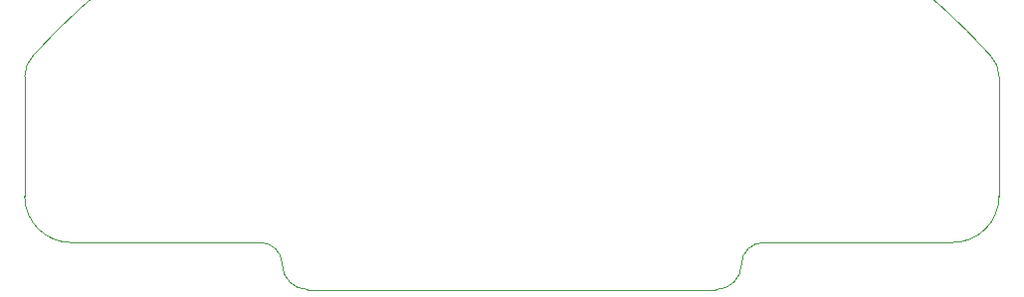
<source format=gbr>
%TF.GenerationSoftware,KiCad,Pcbnew,8.0.0*%
%TF.CreationDate,2024-03-23T23:06:13+02:00*%
%TF.ProjectId,test,74657374-2e6b-4696-9361-645f70636258,rev?*%
%TF.SameCoordinates,Original*%
%TF.FileFunction,Profile,NP*%
%FSLAX46Y46*%
G04 Gerber Fmt 4.6, Leading zero omitted, Abs format (unit mm)*
G04 Created by KiCad (PCBNEW 8.0.0) date 2024-03-23 23:06:13*
%MOMM*%
%LPD*%
G01*
G04 APERTURE LIST*
%TA.AperFunction,Profile*%
%ADD10C,0.050000*%
%TD*%
G04 APERTURE END LIST*
D10*
X147780426Y-51562868D02*
G75*
G02*
X148514751Y-49790069I2507174J-32D01*
G01*
X230680424Y-51563804D02*
X230680424Y-61793998D01*
X171873207Y-69751544D02*
G75*
G02*
X169690056Y-67571000I-1307J2181844D01*
G01*
X147780426Y-51562868D02*
X147780426Y-61793062D01*
X151719906Y-65732542D02*
G75*
G02*
X147780458Y-61793062I-6J3939442D01*
G01*
X208770853Y-67571936D02*
G75*
G02*
X206587650Y-69752453I-2181853J1336D01*
G01*
X229946104Y-49791000D02*
G75*
G02*
X230680420Y-51563804I-1772804J-1772800D01*
G01*
X167779443Y-65732543D02*
G75*
G02*
X169690056Y-67570999I36057J-1874557D01*
G01*
X208770854Y-67571936D02*
G75*
G02*
X210681414Y-65733453I1874546J-36064D01*
G01*
X210681414Y-65733478D02*
X226740944Y-65733478D01*
X206587650Y-69752480D02*
X171873207Y-69751544D01*
X167779443Y-65732542D02*
X151719906Y-65732542D01*
X230680424Y-61793998D02*
G75*
G02*
X226740944Y-65733424I-3939424J-2D01*
G01*
X148514747Y-49790065D02*
G75*
G02*
X229946098Y-49791005I40715253J-36569935D01*
G01*
M02*

</source>
